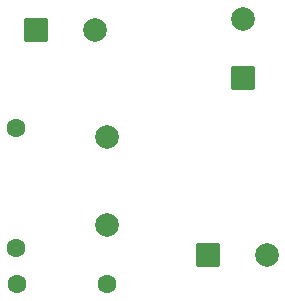
<source format=gbr>
%TF.GenerationSoftware,KiCad,Pcbnew,9.0.2*%
%TF.CreationDate,2025-06-02T11:29:15-03:00*%
%TF.ProjectId,PCB_Borneras,5043425f-426f-4726-9e65-7261732e6b69,rev?*%
%TF.SameCoordinates,Original*%
%TF.FileFunction,Soldermask,Bot*%
%TF.FilePolarity,Negative*%
%FSLAX46Y46*%
G04 Gerber Fmt 4.6, Leading zero omitted, Abs format (unit mm)*
G04 Created by KiCad (PCBNEW 9.0.2) date 2025-06-02 11:29:15*
%MOMM*%
%LPD*%
G01*
G04 APERTURE LIST*
G04 Aperture macros list*
%AMRoundRect*
0 Rectangle with rounded corners*
0 $1 Rounding radius*
0 $2 $3 $4 $5 $6 $7 $8 $9 X,Y pos of 4 corners*
0 Add a 4 corners polygon primitive as box body*
4,1,4,$2,$3,$4,$5,$6,$7,$8,$9,$2,$3,0*
0 Add four circle primitives for the rounded corners*
1,1,$1+$1,$2,$3*
1,1,$1+$1,$4,$5*
1,1,$1+$1,$6,$7*
1,1,$1+$1,$8,$9*
0 Add four rect primitives between the rounded corners*
20,1,$1+$1,$2,$3,$4,$5,0*
20,1,$1+$1,$4,$5,$6,$7,0*
20,1,$1+$1,$6,$7,$8,$9,0*
20,1,$1+$1,$8,$9,$2,$3,0*%
G04 Aperture macros list end*
%ADD10C,1.600000*%
%ADD11RoundRect,0.102000X0.900000X-0.900000X0.900000X0.900000X-0.900000X0.900000X-0.900000X-0.900000X0*%
%ADD12C,2.004000*%
%ADD13RoundRect,0.102000X-0.900000X-0.900000X0.900000X-0.900000X0.900000X0.900000X-0.900000X0.900000X0*%
%ADD14C,2.000000*%
G04 APERTURE END LIST*
D10*
%TO.C,R1*%
X104500000Y-76000000D03*
X96880000Y-76000000D03*
%TD*%
D11*
%TO.C,J3*%
X116000000Y-58500000D03*
D12*
X116000000Y-53500000D03*
%TD*%
D13*
%TO.C,J1*%
X98500000Y-54500000D03*
D12*
X103500000Y-54500000D03*
%TD*%
D13*
%TO.C,J2*%
X113000000Y-73500000D03*
D12*
X118000000Y-73500000D03*
%TD*%
D14*
%TO.C,C1*%
X104500000Y-71000000D03*
X104500000Y-63500000D03*
%TD*%
D10*
%TO.C,L1*%
X96800000Y-62800000D03*
X96800000Y-72960000D03*
%TD*%
M02*

</source>
